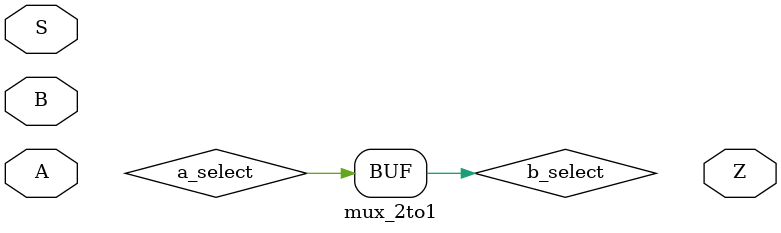
<source format=v>
module mux_2to1(Z, A, B, S);

input A, B, S;
output Z;

wire a_select, b_select;

wire not_s;

// S: 0 => output: A
// S: 1 => output: B
not not1(not_s, S);
and and1(a_select, A, not_s);
and and2(b_select, B, S);
or or1(b_select, a_select);

endmodule
</source>
